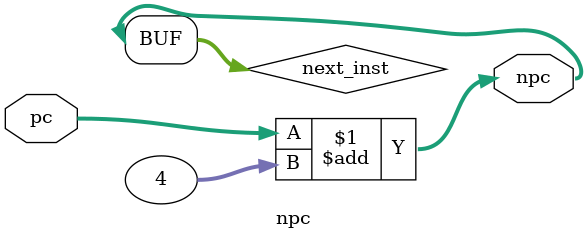
<source format=v>
`timescale 1ns / 1ps
`include "instruction_head.v"

/* Module: Next program counter
 */

module npc(
           input wire[31:0]  pc,

           output wire[31:0] npc
       );

wire[31:0] next_inst;

assign next_inst = pc + 32'h4;
assign npc = next_inst;
endmodule

</source>
